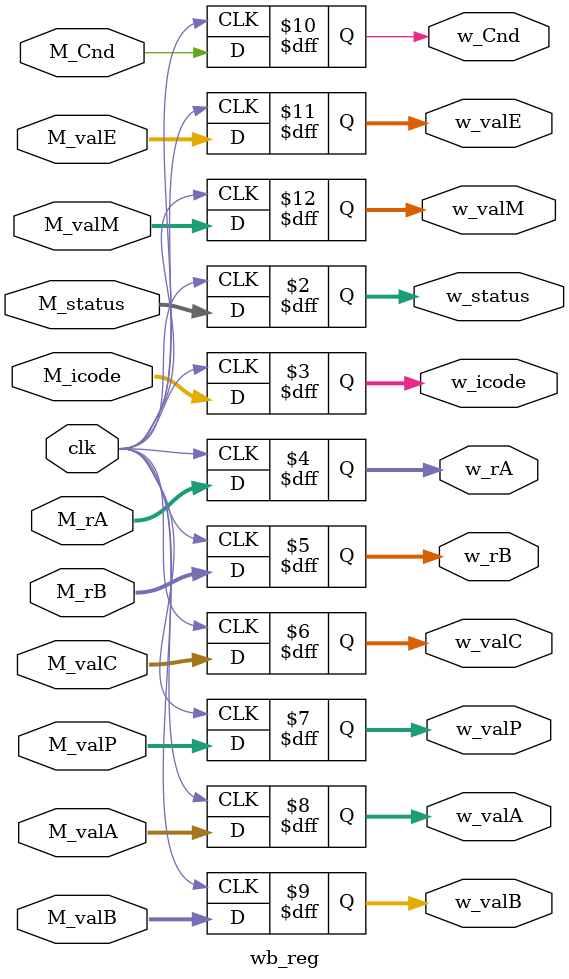
<source format=v>
`timescale 1ns / 1ps

module wb_reg( input clk,M_Cnd, input [2:0] M_status, input [3:0] M_icode,M_rA,M_rB, input [63:0] M_valC,M_valP,M_valA,M_valB,M_valE,M_valM, output reg [2:0] w_status,output reg [3:0] w_icode,w_rA,w_rB,output reg [63:0]w_valC,w_valP,w_valA,w_valB,output reg w_Cnd,output reg [63:0]w_valE,w_valM );  
 
  always@(posedge clk)
  begin
    w_status    =   M_status;
    w_icode   =   M_icode;
    w_rA      =   M_rA;
    w_rB      =   M_rB;
    w_valA    =   M_valA;
    w_valB    =   M_valB;
    w_valC    =   M_valC;
    w_valE    =   M_valE;
    w_valM    =   M_valM;
    w_valP    =   M_valP;
    w_Cnd     =   M_Cnd;
    
  end
endmodule

</source>
